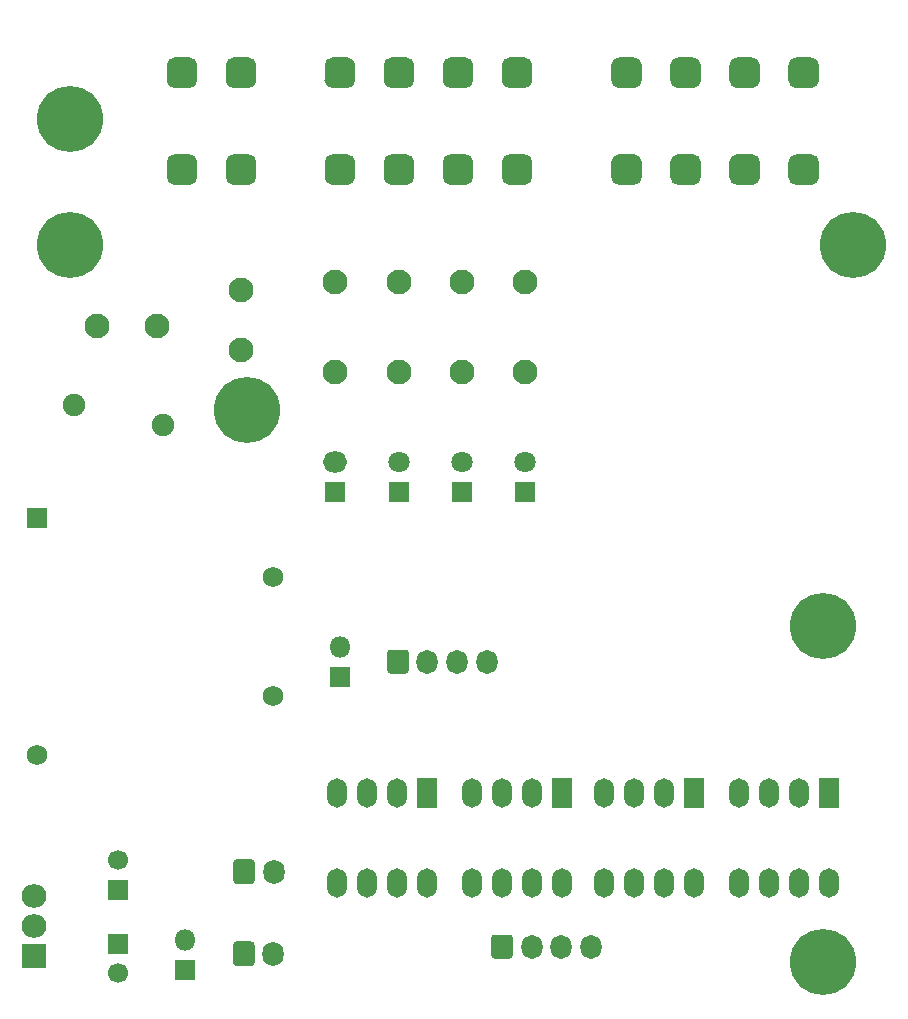
<source format=gbr>
G04 #@! TF.GenerationSoftware,KiCad,Pcbnew,(5.1.6)-1*
G04 #@! TF.CreationDate,2021-11-13T02:39:41+01:00*
G04 #@! TF.ProjectId,hamodule,68616d6f-6475-46c6-952e-6b696361645f,rev?*
G04 #@! TF.SameCoordinates,Original*
G04 #@! TF.FileFunction,Soldermask,Bot*
G04 #@! TF.FilePolarity,Negative*
%FSLAX46Y46*%
G04 Gerber Fmt 4.6, Leading zero omitted, Abs format (unit mm)*
G04 Created by KiCad (PCBNEW (5.1.6)-1) date 2021-11-13 02:39:41*
%MOMM*%
%LPD*%
G01*
G04 APERTURE LIST*
%ADD10C,5.600000*%
%ADD11R,1.800000X1.800000*%
%ADD12O,2.050000X1.800000*%
%ADD13C,2.100000*%
%ADD14C,1.800000*%
%ADD15C,1.700000*%
%ADD16R,1.700000X1.700000*%
%ADD17O,2.100000X2.005000*%
%ADD18R,2.100000X2.005000*%
%ADD19O,1.800000X2.050000*%
%ADD20C,1.750000*%
%ADD21R,1.750000X1.750000*%
%ADD22O,1.800000X1.800000*%
%ADD23O,1.800000X2.100000*%
%ADD24C,1.900000*%
%ADD25R,1.700000X2.500000*%
%ADD26O,1.700000X2.500000*%
G04 APERTURE END LIST*
D10*
X132270500Y-74739500D03*
X198564500Y-85407500D03*
X132270500Y-85407500D03*
G36*
G01*
X195687500Y-78407500D02*
X195687500Y-79707500D01*
G75*
G02*
X195037500Y-80357500I-650000J0D01*
G01*
X193737500Y-80357500D01*
G75*
G02*
X193087500Y-79707500I0J650000D01*
G01*
X193087500Y-78407500D01*
G75*
G02*
X193737500Y-77757500I650000J0D01*
G01*
X195037500Y-77757500D01*
G75*
G02*
X195687500Y-78407500I0J-650000D01*
G01*
G37*
G36*
G01*
X190687500Y-78407500D02*
X190687500Y-79707500D01*
G75*
G02*
X190037500Y-80357500I-650000J0D01*
G01*
X188737500Y-80357500D01*
G75*
G02*
X188087500Y-79707500I0J650000D01*
G01*
X188087500Y-78407500D01*
G75*
G02*
X188737500Y-77757500I650000J0D01*
G01*
X190037500Y-77757500D01*
G75*
G02*
X190687500Y-78407500I0J-650000D01*
G01*
G37*
G36*
G01*
X185687500Y-78407500D02*
X185687500Y-79707500D01*
G75*
G02*
X185037500Y-80357500I-650000J0D01*
G01*
X183737500Y-80357500D01*
G75*
G02*
X183087500Y-79707500I0J650000D01*
G01*
X183087500Y-78407500D01*
G75*
G02*
X183737500Y-77757500I650000J0D01*
G01*
X185037500Y-77757500D01*
G75*
G02*
X185687500Y-78407500I0J-650000D01*
G01*
G37*
G36*
G01*
X180687500Y-78407500D02*
X180687500Y-79707500D01*
G75*
G02*
X180037500Y-80357500I-650000J0D01*
G01*
X178737500Y-80357500D01*
G75*
G02*
X178087500Y-79707500I0J650000D01*
G01*
X178087500Y-78407500D01*
G75*
G02*
X178737500Y-77757500I650000J0D01*
G01*
X180037500Y-77757500D01*
G75*
G02*
X180687500Y-78407500I0J-650000D01*
G01*
G37*
G36*
G01*
X195687500Y-70207501D02*
X195687500Y-71507501D01*
G75*
G02*
X195037500Y-72157501I-650000J0D01*
G01*
X193737500Y-72157501D01*
G75*
G02*
X193087500Y-71507501I0J650000D01*
G01*
X193087500Y-70207501D01*
G75*
G02*
X193737500Y-69557501I650000J0D01*
G01*
X195037500Y-69557501D01*
G75*
G02*
X195687500Y-70207501I0J-650000D01*
G01*
G37*
G36*
G01*
X190687500Y-70207501D02*
X190687500Y-71507501D01*
G75*
G02*
X190037500Y-72157501I-650000J0D01*
G01*
X188737500Y-72157501D01*
G75*
G02*
X188087500Y-71507501I0J650000D01*
G01*
X188087500Y-70207501D01*
G75*
G02*
X188737500Y-69557501I650000J0D01*
G01*
X190037500Y-69557501D01*
G75*
G02*
X190687500Y-70207501I0J-650000D01*
G01*
G37*
G36*
G01*
X185687500Y-70207501D02*
X185687500Y-71507501D01*
G75*
G02*
X185037500Y-72157501I-650000J0D01*
G01*
X183737500Y-72157501D01*
G75*
G02*
X183087500Y-71507501I0J650000D01*
G01*
X183087500Y-70207501D01*
G75*
G02*
X183737500Y-69557501I650000J0D01*
G01*
X185037500Y-69557501D01*
G75*
G02*
X185687500Y-70207501I0J-650000D01*
G01*
G37*
G36*
G01*
X180687500Y-70207501D02*
X180687500Y-71507501D01*
G75*
G02*
X180037500Y-72157501I-650000J0D01*
G01*
X178737500Y-72157501D01*
G75*
G02*
X178087500Y-71507501I0J650000D01*
G01*
X178087500Y-70207501D01*
G75*
G02*
X178737500Y-69557501I650000J0D01*
G01*
X180037500Y-69557501D01*
G75*
G02*
X180687500Y-70207501I0J-650000D01*
G01*
G37*
G36*
G01*
X148048500Y-78407500D02*
X148048500Y-79707500D01*
G75*
G02*
X147398500Y-80357500I-650000J0D01*
G01*
X146098500Y-80357500D01*
G75*
G02*
X145448500Y-79707500I0J650000D01*
G01*
X145448500Y-78407500D01*
G75*
G02*
X146098500Y-77757500I650000J0D01*
G01*
X147398500Y-77757500D01*
G75*
G02*
X148048500Y-78407500I0J-650000D01*
G01*
G37*
G36*
G01*
X143048500Y-78407500D02*
X143048500Y-79707500D01*
G75*
G02*
X142398500Y-80357500I-650000J0D01*
G01*
X141098500Y-80357500D01*
G75*
G02*
X140448500Y-79707500I0J650000D01*
G01*
X140448500Y-78407500D01*
G75*
G02*
X141098500Y-77757500I650000J0D01*
G01*
X142398500Y-77757500D01*
G75*
G02*
X143048500Y-78407500I0J-650000D01*
G01*
G37*
G36*
G01*
X148048500Y-70207501D02*
X148048500Y-71507501D01*
G75*
G02*
X147398500Y-72157501I-650000J0D01*
G01*
X146098500Y-72157501D01*
G75*
G02*
X145448500Y-71507501I0J650000D01*
G01*
X145448500Y-70207501D01*
G75*
G02*
X146098500Y-69557501I650000J0D01*
G01*
X147398500Y-69557501D01*
G75*
G02*
X148048500Y-70207501I0J-650000D01*
G01*
G37*
G36*
G01*
X143048500Y-70207501D02*
X143048500Y-71507501D01*
G75*
G02*
X142398500Y-72157501I-650000J0D01*
G01*
X141098500Y-72157501D01*
G75*
G02*
X140448500Y-71507501I0J650000D01*
G01*
X140448500Y-70207501D01*
G75*
G02*
X141098500Y-69557501I650000J0D01*
G01*
X142398500Y-69557501D01*
G75*
G02*
X143048500Y-70207501I0J-650000D01*
G01*
G37*
G36*
G01*
X171416500Y-78407500D02*
X171416500Y-79707500D01*
G75*
G02*
X170766500Y-80357500I-650000J0D01*
G01*
X169466500Y-80357500D01*
G75*
G02*
X168816500Y-79707500I0J650000D01*
G01*
X168816500Y-78407500D01*
G75*
G02*
X169466500Y-77757500I650000J0D01*
G01*
X170766500Y-77757500D01*
G75*
G02*
X171416500Y-78407500I0J-650000D01*
G01*
G37*
G36*
G01*
X166416500Y-78407500D02*
X166416500Y-79707500D01*
G75*
G02*
X165766500Y-80357500I-650000J0D01*
G01*
X164466500Y-80357500D01*
G75*
G02*
X163816500Y-79707500I0J650000D01*
G01*
X163816500Y-78407500D01*
G75*
G02*
X164466500Y-77757500I650000J0D01*
G01*
X165766500Y-77757500D01*
G75*
G02*
X166416500Y-78407500I0J-650000D01*
G01*
G37*
G36*
G01*
X161416500Y-78407500D02*
X161416500Y-79707500D01*
G75*
G02*
X160766500Y-80357500I-650000J0D01*
G01*
X159466500Y-80357500D01*
G75*
G02*
X158816500Y-79707500I0J650000D01*
G01*
X158816500Y-78407500D01*
G75*
G02*
X159466500Y-77757500I650000J0D01*
G01*
X160766500Y-77757500D01*
G75*
G02*
X161416500Y-78407500I0J-650000D01*
G01*
G37*
G36*
G01*
X156416500Y-78407500D02*
X156416500Y-79707500D01*
G75*
G02*
X155766500Y-80357500I-650000J0D01*
G01*
X154466500Y-80357500D01*
G75*
G02*
X153816500Y-79707500I0J650000D01*
G01*
X153816500Y-78407500D01*
G75*
G02*
X154466500Y-77757500I650000J0D01*
G01*
X155766500Y-77757500D01*
G75*
G02*
X156416500Y-78407500I0J-650000D01*
G01*
G37*
G36*
G01*
X171416500Y-70207501D02*
X171416500Y-71507501D01*
G75*
G02*
X170766500Y-72157501I-650000J0D01*
G01*
X169466500Y-72157501D01*
G75*
G02*
X168816500Y-71507501I0J650000D01*
G01*
X168816500Y-70207501D01*
G75*
G02*
X169466500Y-69557501I650000J0D01*
G01*
X170766500Y-69557501D01*
G75*
G02*
X171416500Y-70207501I0J-650000D01*
G01*
G37*
G36*
G01*
X166416500Y-70207501D02*
X166416500Y-71507501D01*
G75*
G02*
X165766500Y-72157501I-650000J0D01*
G01*
X164466500Y-72157501D01*
G75*
G02*
X163816500Y-71507501I0J650000D01*
G01*
X163816500Y-70207501D01*
G75*
G02*
X164466500Y-69557501I650000J0D01*
G01*
X165766500Y-69557501D01*
G75*
G02*
X166416500Y-70207501I0J-650000D01*
G01*
G37*
G36*
G01*
X161416500Y-70207501D02*
X161416500Y-71507501D01*
G75*
G02*
X160766500Y-72157501I-650000J0D01*
G01*
X159466500Y-72157501D01*
G75*
G02*
X158816500Y-71507501I0J650000D01*
G01*
X158816500Y-70207501D01*
G75*
G02*
X159466500Y-69557501I650000J0D01*
G01*
X160766500Y-69557501D01*
G75*
G02*
X161416500Y-70207501I0J-650000D01*
G01*
G37*
G36*
G01*
X156416500Y-70207501D02*
X156416500Y-71507501D01*
G75*
G02*
X155766500Y-72157501I-650000J0D01*
G01*
X154466500Y-72157501D01*
G75*
G02*
X153816500Y-71507501I0J650000D01*
G01*
X153816500Y-70207501D01*
G75*
G02*
X154466500Y-69557501I650000J0D01*
G01*
X155766500Y-69557501D01*
G75*
G02*
X156416500Y-70207501I0J-650000D01*
G01*
G37*
D11*
X154686000Y-106362500D03*
D12*
X154686000Y-103822500D03*
D13*
X154686000Y-96202500D03*
X154686000Y-88582500D03*
D11*
X170825500Y-106343001D03*
D14*
X170825500Y-103803001D03*
D13*
X170825500Y-96183001D03*
X170825500Y-88563001D03*
D11*
X165428000Y-106343001D03*
D14*
X165428000Y-103803001D03*
D13*
X165428000Y-96183001D03*
X165428000Y-88563001D03*
D11*
X160083500Y-106343001D03*
D14*
X160083500Y-103803001D03*
D13*
X160083500Y-96183001D03*
X160083500Y-88563001D03*
D15*
X136334500Y-147089500D03*
D16*
X136334500Y-144589500D03*
D15*
X136334500Y-137517500D03*
D16*
X136334500Y-140017500D03*
D17*
X129222500Y-140525500D03*
X129222500Y-143065500D03*
D18*
X129222500Y-145605500D03*
D19*
X176346500Y-144843500D03*
X173846500Y-144843500D03*
X171346500Y-144843500D03*
G36*
G01*
X167946500Y-145603794D02*
X167946500Y-144083206D01*
G75*
G02*
X168211206Y-143818500I264706J0D01*
G01*
X169481794Y-143818500D01*
G75*
G02*
X169746500Y-144083206I0J-264706D01*
G01*
X169746500Y-145603794D01*
G75*
G02*
X169481794Y-145868500I-264706J0D01*
G01*
X168211206Y-145868500D01*
G75*
G02*
X167946500Y-145603794I0J264706D01*
G01*
G37*
D20*
X149476500Y-113587500D03*
X149476500Y-123587500D03*
X129476500Y-128587500D03*
D21*
X129476500Y-108587500D03*
D13*
X139636500Y-92265500D03*
X134556500Y-92265500D03*
D22*
X141973300Y-144310100D03*
D11*
X141973300Y-146850100D03*
D23*
X149491700Y-145453100D03*
G36*
G01*
X146091700Y-146238394D02*
X146091700Y-144667806D01*
G75*
G02*
X146356406Y-144403100I264706J0D01*
G01*
X147626994Y-144403100D01*
G75*
G02*
X147891700Y-144667806I0J-264706D01*
G01*
X147891700Y-146238394D01*
G75*
G02*
X147626994Y-146503100I-264706J0D01*
G01*
X146356406Y-146503100D01*
G75*
G02*
X146091700Y-146238394I0J264706D01*
G01*
G37*
D22*
X155130500Y-119443500D03*
D11*
X155130500Y-121983500D03*
D24*
X140144500Y-100647500D03*
X132644500Y-99014170D03*
D10*
X196024500Y-117665500D03*
D19*
X167536500Y-120713500D03*
X165036500Y-120713500D03*
X162536500Y-120713500D03*
G36*
G01*
X159136500Y-121473794D02*
X159136500Y-119953206D01*
G75*
G02*
X159401206Y-119688500I264706J0D01*
G01*
X160671794Y-119688500D01*
G75*
G02*
X160936500Y-119953206I0J-264706D01*
G01*
X160936500Y-121473794D01*
G75*
G02*
X160671794Y-121738500I-264706J0D01*
G01*
X159401206Y-121738500D01*
G75*
G02*
X159136500Y-121473794I0J264706D01*
G01*
G37*
D25*
X173912500Y-131873500D03*
D26*
X166292500Y-139493500D03*
X171372500Y-131873500D03*
X168832500Y-139493500D03*
X168832500Y-131873500D03*
X171372500Y-139493500D03*
X166292500Y-131873500D03*
X173912500Y-139493500D03*
D25*
X196518500Y-131873500D03*
D26*
X188898500Y-139493500D03*
X193978500Y-131873500D03*
X191438500Y-139493500D03*
X191438500Y-131873500D03*
X193978500Y-139493500D03*
X188898500Y-131873500D03*
X196518500Y-139493500D03*
D25*
X185088500Y-131873500D03*
D26*
X177468500Y-139493500D03*
X182548500Y-131873500D03*
X180008500Y-139493500D03*
X180008500Y-131873500D03*
X182548500Y-139493500D03*
X177468500Y-131873500D03*
X185088500Y-139493500D03*
D25*
X162482500Y-131873500D03*
D26*
X154862500Y-139493500D03*
X159942500Y-131873500D03*
X157402500Y-139493500D03*
X157402500Y-131873500D03*
X159942500Y-139493500D03*
X154862500Y-131873500D03*
X162482500Y-139493500D03*
D23*
X149502500Y-138493500D03*
G36*
G01*
X146102500Y-139278794D02*
X146102500Y-137708206D01*
G75*
G02*
X146367206Y-137443500I264706J0D01*
G01*
X147637794Y-137443500D01*
G75*
G02*
X147902500Y-137708206I0J-264706D01*
G01*
X147902500Y-139278794D01*
G75*
G02*
X147637794Y-139543500I-264706J0D01*
G01*
X146367206Y-139543500D01*
G75*
G02*
X146102500Y-139278794I0J264706D01*
G01*
G37*
D10*
X196024500Y-146113500D03*
X147256500Y-99377500D03*
D13*
X146748500Y-94297500D03*
X146748500Y-89217500D03*
M02*

</source>
